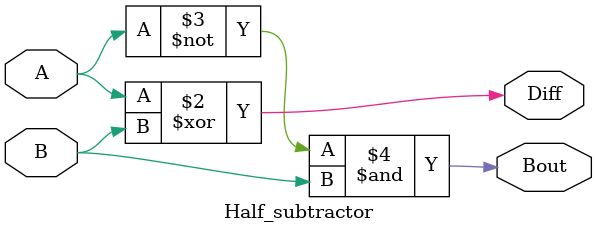
<source format=v>
`timescale 1ns / 1ps

module Half_subtractor(
    input A,
    input B,
    output reg Diff,
    output reg Bout
    );
 
 always @ (A or B) begin 
 Diff= A^B;
 Bout= ~A & B; 
 end
endmodule

</source>
